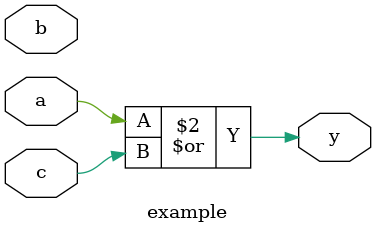
<source format=v>
`timescale 1ns/1ps

module example (
    input a,
    input b,
    input c,
    output reg y
);

    always @(a or c) begin
        y = a | c;
    end

endmodule

</source>
